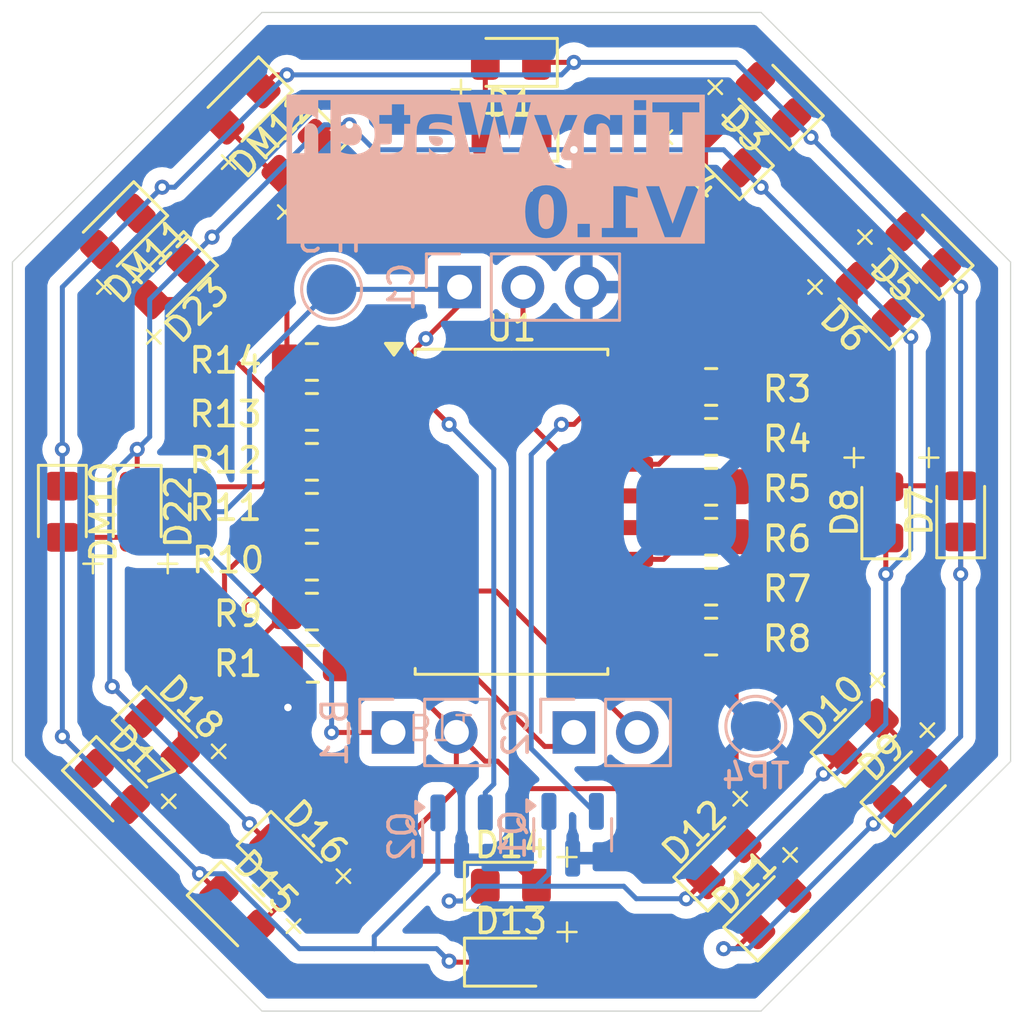
<source format=kicad_pcb>
(kicad_pcb (version 20240108) (generator "pcbnew") (generator_version "8.0")
  (layers (0 "F.Cu" signal "Front") (1 "In1.Cu" signal) (2 "In2.Cu" signal) (31 "B.Cu" signal "Back") (34 "B.Paste" user) (35 "F.Paste" user) (36 "B.SilkS" user "B.Silkscreen") (37 "F.SilkS" user "F.Silkscreen") (38 "B.Mask" user) (39 "F.Mask" user) (44 "Edge.Cuts" user))
  (net 0 "")
  (net 1 "UPDI")
  (net 2 "GND")
  (net 3 "GS2")
  (net 4 "GND_T_1")
  (net 5 "GND_T_2")
  (net 6 "Rx")
  (net 7 "Tx")
  (net 8 "GS1")
  (net 9 "Net-(D10-A)")
  (net 10 "LED_H_1")
  (net 11 "LED_H_2")
  (net 12 "LED_H_3")
  (net 13 "LED_H_4")
  (net 14 "LED_H_5")
  (net 15 "LED_H_6")
  (net 16 "LED_H_7")
  (net 17 "LED_H_8")
  (net 18 "LED_H_9")
  (net 19 "LED_H_10")
  (net 20 "LED_H_11")
  (net 21 "LED_H_12")
  (net 22 "Net-(D1-A)")
  (net 23 "Net-(D3-A)")
  (net 24 "Net-(D5-A)")
  (net 25 "Net-(D7-A)")
  (net 26 "Net-(D11-A)")
  (net 27 "Net-(D13-A)")
  (net 28 "Net-(D15-A)")
  (net 29 "Net-(D17-A)")
  (net 30 "Net-(D22-A)")
  (net 31 "Net-(D23-A)")
  (net 32 "Net-(D24-A)")
  (net 33 "BT_High")
  (net 34 "BT_Low")
  (footprint "LED_SMD:LED_0805_2012Metric_Pad1.15x1.40mm_HandSolder" (layer "F.Cu") (at 163.46 109.659999 45)
    (property "Reference" "D12" (at 0 -1.65 45) (layer "F.SilkS"))
    (property "Value" "LED")
    (pad "1" smd roundrect (at -1.024999 0 45) (size 1.15 1.4) (layers "F.Cu" "F.Paste" "F.Mask") (roundrect_rratio 0.217391) (net 3 "GS2"))
    (pad "2" smd roundrect (at 1.024999 0 45) (size 1.15 1.4) (layers "F.Cu" "F.Paste" "F.Mask") (roundrect_rratio 0.217391) (net 26 "Net-(D11-A)"))
  )
  (footprint "LED_SMD:LED_0805_2012Metric_Pad1.15x1.40mm_HandSolder" (layer "F.Cu") (at 168.96 104.659999 45)
    (property "Reference" "D10" (at 0 -1.65 45) (layer "F.SilkS"))
    (property "Value" "LED")
    (pad "1" smd roundrect (at -1.024999 0 45) (size 1.15 1.4) (layers "F.Cu" "F.Paste" "F.Mask") (roundrect_rratio 0.217391) (net 3 "GS2"))
    (pad "2" smd roundrect (at 1.024999 0 45) (size 1.15 1.4) (layers "F.Cu" "F.Paste" "F.Mask") (roundrect_rratio 0.217391) (net 9 "Net-(D10-A)"))
  )
  (footprint "Resistor_SMD:R_0805_2012Metric_Pad1.20x1.40mm_HandSolder" (layer "F.Cu") (at 146.96 95.659999 180)
    (property "Reference" "R11" (at 3.46 0.159999 180) (layer "F.SilkS"))
    (property "Value" "50")
    (pad "1" smd roundrect (at -1 0 180) (size 1.2 1.4) (layers "F.Cu" "F.Paste" "F.Mask") (roundrect_rratio 0.208333) (net 18 "LED_H_9"))
    (pad "2" smd roundrect (at 1 0 180) (size 1.2 1.4) (layers "F.Cu" "F.Paste" "F.Mask") (roundrect_rratio 0.208333) (net 29 "Net-(D17-A)"))
  )
  (footprint "Package_SO:SOIC-20W_7.5x12.8mm_P1.27mm" (layer "F.Cu") (at 154.96 95.659999)
    (property "Reference" "U1" (at 0 -7.35 0) (layer "F.SilkS"))
    (property "Value" "ATtiny416-S")
    (pad "1" smd roundrect (at -4.65 -5.715) (size 2.05 0.6) (layers "F.Cu" "F.Paste" "F.Mask") (net 33 "BT_High"))
    (pad "2" smd roundrect (at -4.65 -4.445) (size 2.05 0.6) (layers "F.Cu" "F.Paste" "F.Mask") (net 5 "GND_T_2"))
    (pad "3" smd roundrect (at -4.65 -3.175) (size 2.05 0.6) (layers "F.Cu" "F.Paste" "F.Mask") (net 21 "LED_H_12"))
    (pad "4" smd roundrect (at -4.65 -1.905) (size 2.05 0.6) (layers "F.Cu" "F.Paste" "F.Mask") (net 20 "LED_H_11"))
    (pad "5" smd roundrect (at -4.65 -0.635) (size 2.05 0.6) (layers "F.Cu" "F.Paste" "F.Mask") (net 19 "LED_H_10"))
    (pad "6" smd roundrect (at -4.65 0.635) (size 2.05 0.6) (layers "F.Cu" "F.Paste" "F.Mask") (net 18 "LED_H_9"))
    (pad "7" smd roundrect (at -4.65 1.905) (size 2.05 0.6) (layers "F.Cu" "F.Paste" "F.Mask") (net 17 "LED_H_8"))
    (pad "8" smd roundrect (at -4.65 3.175) (size 2.05 0.6) (layers "F.Cu" "F.Paste" "F.Mask") (net 6 "Rx"))
    (pad "9" smd roundrect (at -4.65 4.445) (size 2.05 0.6) (layers "F.Cu" "F.Paste" "F.Mask") (net 7 "Tx"))
    (pad "10" smd roundrect (at -4.65 5.715) (size 2.05 0.6) (layers "F.Cu" "F.Paste" "F.Mask") (net 16 "LED_H_7"))
    (pad "11" smd roundrect (at 4.65 5.715) (size 2.05 0.6) (layers "F.Cu" "F.Paste" "F.Mask") (net 34 "BT_Low"))
    (pad "12" smd roundrect (at 4.65 4.445) (size 2.05 0.6) (layers "F.Cu" "F.Paste" "F.Mask") (net 15 "LED_H_6"))
    (pad "13" smd roundrect (at 4.65 3.175) (size 2.05 0.6) (layers "F.Cu" "F.Paste" "F.Mask") (net 14 "LED_H_5"))
    (pad "14" smd roundrect (at 4.65 1.905) (size 2.05 0.6) (layers "F.Cu" "F.Paste" "F.Mask") (net 13 "LED_H_4"))
    (pad "15" smd roundrect (at 4.65 0.635) (size 2.05 0.6) (layers "F.Cu" "F.Paste" "F.Mask") (net 12 "LED_H_3"))
    (pad "16" smd roundrect (at 4.65 -0.635) (size 2.05 0.6) (layers "F.Cu" "F.Paste" "F.Mask") (net 1 "UPDI"))
    (pad "17" smd roundrect (at 4.65 -1.905) (size 2.05 0.6) (layers "F.Cu" "F.Paste" "F.Mask") (net 11 "LED_H_2"))
    (pad "18" smd roundrect (at 4.65 -3.175) (size 2.05 0.6) (layers "F.Cu" "F.Paste" "F.Mask") (net 10 "LED_H_1"))
    (pad "19" smd roundrect (at 4.65 -4.445) (size 2.05 0.6) (layers "F.Cu" "F.Paste" "F.Mask") (net 4 "GND_T_1"))
    (pad "20" smd roundrect (at 4.65 -5.715) (size 2.05 0.6) (layers "F.Cu" "F.Paste" "F.Mask") (net 2 "GND"))
  )
  (footprint "Resistor_SMD:R_0805_2012Metric_Pad1.20x1.40mm_HandSolder" (layer "F.Cu") (at 146.96 97.659999 180)
    (property "Reference" "R10" (at 3.36 0.059999 180) (layer "F.SilkS"))
    (property "Value" "50")
    (pad "1" smd roundrect (at -1 0 180) (size 1.2 1.4) (layers "F.Cu" "F.Paste" "F.Mask") (roundrect_rratio 0.208333) (net 17 "LED_H_8"))
    (pad "2" smd roundrect (at 1 0 180) (size 1.2 1.4) (layers "F.Cu" "F.Paste" "F.Mask") (roundrect_rratio 0.208333) (net 28 "Net-(D15-A)"))
  )
  (footprint "Resistor_SMD:R_0805_2012Metric_Pad1.20x1.40mm_HandSolder" (layer "F.Cu") (at 162.96 96.659999)
    (property "Reference" "R6" (at 3.04 0.090001 180) (layer "F.SilkS"))
    (property "Value" "50")
    (pad "1" smd roundrect (at -1 0) (size 1.2 1.4) (layers "F.Cu" "F.Paste" "F.Mask") (roundrect_rratio 0.208333) (net 13 "LED_H_4"))
    (pad "2" smd roundrect (at 1 0) (size 1.2 1.4) (layers "F.Cu" "F.Paste" "F.Mask") (roundrect_rratio 0.208333) (net 25 "Net-(D7-A)"))
  )
  (footprint "Resistor_SMD:R_0805_2012Metric_Pad1.20x1.40mm_HandSolder" (layer "F.Cu") (at 162.96 94.659999)
    (property "Reference" "R5" (at 3.04 0.090001 180) (layer "F.SilkS"))
    (property "Value" "50")
    (pad "1" smd roundrect (at -1 0) (size 1.2 1.4) (layers "F.Cu" "F.Paste" "F.Mask") (roundrect_rratio 0.208333) (net 12 "LED_H_3"))
    (pad "2" smd roundrect (at 1 0) (size 1.2 1.4) (layers "F.Cu" "F.Paste" "F.Mask") (roundrect_rratio 0.208333) (net 24 "Net-(D5-A)"))
  )
  (footprint "LED_SMD:LED_0805_2012Metric_Pad1.15x1.40mm_HandSolder" (layer "F.Cu") (at 163.46 81.159999 135)
    (property "Reference" "D4" (at 0 -1.65 -45) (layer "F.SilkS"))
    (property "Value" "LED")
    (pad "1" smd roundrect (at -1.024999 0 135) (size 1.15 1.4) (layers "F.Cu" "F.Paste" "F.Mask") (roundrect_rratio 0.217391) (net 3 "GS2"))
    (pad "2" smd roundrect (at 1.024999 0 135) (size 1.15 1.4) (layers "F.Cu" "F.Paste" "F.Mask") (roundrect_rratio 0.217391) (net 23 "Net-(D3-A)"))
  )
  (footprint "Resistor_SMD:R_0805_2012Metric_Pad1.20x1.40mm_HandSolder" (layer "F.Cu") (at 162.96 92.659999)
    (property "Reference" "R4" (at 3.04 0.090001 180) (layer "F.SilkS"))
    (property "Value" "50")
    (pad "1" smd roundrect (at -1 0) (size 1.2 1.4) (layers "F.Cu" "F.Paste" "F.Mask") (roundrect_rratio 0.208333) (net 11 "LED_H_2"))
    (pad "2" smd roundrect (at 1 0) (size 1.2 1.4) (layers "F.Cu" "F.Paste" "F.Mask") (roundrect_rratio 0.208333) (net 23 "Net-(D3-A)"))
  )
  (footprint "LED_SMD:LED_0805_2012Metric_Pad1.15x1.40mm_HandSolder" (layer "F.Cu") (at 171.46 85.159999 135)
    (property "Reference" "D5" (at 0 -1.65 -45) (layer "F.SilkS"))
    (property "Value" "LED")
    (pad "1" smd roundrect (at -1.024999 0 135) (size 1.15 1.4) (layers "F.Cu" "F.Paste" "F.Mask") (roundrect_rratio 0.217391) (net 8 "GS1"))
    (pad "2" smd roundrect (at 1.024999 0 135) (size 1.15 1.4) (layers "F.Cu" "F.Paste" "F.Mask") (roundrect_rratio 0.217391) (net 24 "Net-(D5-A)"))
  )
  (footprint "LED_SMD:LED_0805_2012Metric_Pad1.15x1.40mm_HandSolder" (layer "F.Cu") (at 169.46 87.159999 135)
    (property "Reference" "D6" (at 0 -1.65 -45) (layer "F.SilkS"))
    (property "Value" "LED")
    (pad "1" smd roundrect (at -1.024999 0 135) (size 1.15 1.4) (layers "F.Cu" "F.Paste" "F.Mask") (roundrect_rratio 0.217391) (net 3 "GS2"))
    (pad "2" smd roundrect (at 1.024999 0 135) (size 1.15 1.4) (layers "F.Cu" "F.Paste" "F.Mask") (roundrect_rratio 0.217391) (net 24 "Net-(D5-A)"))
  )
  (footprint "LED_SMD:LED_0805_2012Metric_Pad1.15x1.40mm_HandSolder" (layer "F.Cu") (at 139.184784 84.435215 -135)
    (property "Reference" "DM11" (at 0 -1.65 225) (layer "F.SilkS"))
    (property "Value" "LED")
    (pad "1" smd roundrect (at -1.024999 0 225) (size 1.15 1.4) (layers "F.Cu" "F.Paste" "F.Mask") (roundrect_rratio 0.217391) (net 8 "GS1"))
    (pad "2" smd roundrect (at 1.024999 0 225) (size 1.15 1.4) (layers "F.Cu" "F.Paste" "F.Mask") (roundrect_rratio 0.217391) (net 31 "Net-(D23-A)"))
  )
  (footprint "LED_SMD:LED_0805_2012Metric_Pad1.15x1.40mm_HandSolder" (layer "F.Cu") (at 165.46 111.659999 45)
    (property "Reference" "D11" (at 0 -1.65 45) (layer "F.SilkS"))
    (property "Value" "LED")
    (pad "1" smd roundrect (at -1.024999 0 45) (size 1.15 1.4) (layers "F.Cu" "F.Paste" "F.Mask") (roundrect_rratio 0.217391) (net 8 "GS1"))
    (pad "2" smd roundrect (at 1.024999 0 45) (size 1.15 1.4) (layers "F.Cu" "F.Paste" "F.Mask") (roundrect_rratio 0.217391) (net 26 "Net-(D11-A)"))
  )
  (footprint "LED_SMD:LED_0805_2012Metric_Pad1.15x1.40mm_HandSolder" (layer "F.Cu") (at 165.46 79.159999 135)
    (property "Reference" "D3" (at 0 -1.65 -45) (layer "F.SilkS"))
    (property "Value" "LED")
    (pad "1" smd roundrect (at -1.024999 0 135) (size 1.15 1.4) (layers "F.Cu" "F.Paste" "F.Mask") (roundrect_rratio 0.217391) (net 8 "GS1"))
    (pad "2" smd roundrect (at 1.024999 0 135) (size 1.15 1.4) (layers "F.Cu" "F.Paste" "F.Mask") (roundrect_rratio 0.217391) (net 23 "Net-(D3-A)"))
  )
  (footprint "Resistor_SMD:R_0805_2012Metric_Pad1.20x1.40mm_HandSolder" (layer "F.Cu") (at 162.96 98.659999)
    (property "Reference" "R7" (at 3.04 0.090001 180) (layer "F.SilkS"))
    (property "Value" "50")
    (pad "1" smd roundrect (at -1 0) (size 1.2 1.4) (layers "F.Cu" "F.Paste" "F.Mask") (roundrect_rratio 0.208333) (net 14 "LED_H_5"))
    (pad "2" smd roundrect (at 1 0) (size 1.2 1.4) (layers "F.Cu" "F.Paste" "F.Mask") (roundrect_rratio 0.208333) (net 9 "Net-(D10-A)"))
  )
  (footprint "LED_SMD:LED_0805_2012Metric_Pad1.15x1.40mm_HandSolder" (layer "F.Cu") (at 154.96 80.659999 180)
    (property "Reference" "D2" (at 0 -1.65 180) (layer "F.SilkS"))
    (property "Value" "LED")
    (pad "1" smd roundrect (at -1.025 0 180) (size 1.15 1.4) (layers "F.Cu" "F.Paste" "F.Mask") (roundrect_rratio 0.217391) (net 3 "GS2"))
    (pad "2" smd roundrect (at 1.025 0 180) (size 1.15 1.4) (layers "F.Cu" "F.Paste" "F.Mask") (roundrect_rratio 0.217391) (net 22 "Net-(D1-A)"))
  )
  (footprint "LED_SMD:LED_0805_2012Metric_Pad1.15x1.40mm_HandSolder" (layer "F.Cu") (at 140.96 104.659999 -45)
    (property "Reference" "D18" (at 0 -1.65 135) (layer "F.SilkS"))
    (property "Value" "LED")
    (pad "1" smd roundrect (at -1.024999 0 315) (size 1.15 1.4) (layers "F.Cu" "F.Paste" "F.Mask") (roundrect_rratio 0.217391) (net 3 "GS2"))
    (pad "2" smd roundrect (at 1.024999 0 315) (size 1.15 1.4) (layers "F.Cu" "F.Paste" "F.Mask") (roundrect_rratio 0.217391) (net 29 "Net-(D17-A)"))
  )
  (footprint "LED_SMD:LED_0805_2012Metric_Pad1.15x1.40mm_HandSolder" (layer "F.Cu") (at 144.184784 79.435215 -135)
    (property "Reference" "DM12" (at 0 -1.65 225) (layer "F.SilkS"))
    (property "Value" "LED")
    (pad "1" smd roundrect (at -1.024999 0 225) (size 1.15 1.4) (layers "F.Cu" "F.Paste" "F.Mask") (roundrect_rratio 0.217391) (net 8 "GS1"))
    (pad "2" smd roundrect (at 1.024999 0 225) (size 1.15 1.4) (layers "F.Cu" "F.Paste" "F.Mask") (roundrect_rratio 0.217391) (net 32 "Net-(D24-A)"))
  )
  (footprint "LED_SMD:LED_0805_2012Metric_Pad1.15x1.40mm_HandSolder" (layer "F.Cu") (at 154.935 113.699999)
    (property "Reference" "D13" (at 0 -1.65 0) (layer "F.SilkS"))
    (property "Value" "LED")
    (pad "1" smd roundrect (at -1.025 0) (size 1.15 1.4) (layers "F.Cu" "F.Paste" "F.Mask") (roundrect_rratio 0.217391) (net 8 "GS1"))
    (pad "2" smd roundrect (at 1.025 0) (size 1.15 1.4) (layers "F.Cu" "F.Paste" "F.Mask") (roundrect_rratio 0.217391) (net 27 "Net-(D13-A)"))
  )
  (footprint "LED_SMD:LED_0805_2012Metric_Pad1.15x1.40mm_HandSolder" (layer "F.Cu") (at 154.935 77.659999 180)
    (property "Reference" "D1" (at 0 -1.65 180) (layer "F.SilkS"))
    (property "Value" "LED")
    (pad "1" smd roundrect (at -1.025 0 180) (size 1.15 1.4) (layers "F.Cu" "F.Paste" "F.Mask") (roundrect_rratio 0.217391) (net 8 "GS1"))
    (pad "2" smd roundrect (at 1.025 0 180) (size 1.15 1.4) (layers "F.Cu" "F.Paste" "F.Mask") (roundrect_rratio 0.217391) (net 22 "Net-(D1-A)"))
  )
  (footprint "Resistor_SMD:R_0805_2012Metric_Pad1.20x1.40mm_HandSolder" (layer "F.Cu") (at 162.96 100.659999)
    (property "Reference" "R8" (at 3.04 0.090001 180) (layer "F.SilkS"))
    (property "Value" "50")
    (pad "1" smd roundrect (at -1 0) (size 1.2 1.4) (layers "F.Cu" "F.Paste" "F.Mask") (roundrect_rratio 0.208333) (net 15 "LED_H_6"))
    (pad "2" smd roundrect (at 1 0) (size 1.2 1.4) (layers "F.Cu" "F.Paste" "F.Mask") (roundrect_rratio 0.208333) (net 26 "Net-(D11-A)"))
  )
  (footprint "Resistor_SMD:R_0805_2012Metric_Pad1.20x1.40mm_HandSolder" (layer "F.Cu") (at 162.96 90.659999)
    (property "Reference" "R3" (at 3.04 0.090001 180) (layer "F.SilkS"))
    (property "Value" "50")
    (pad "1" smd roundrect (at -1 0) (size 1.2 1.4) (layers "F.Cu" "F.Paste" "F.Mask") (roundrect_rratio 0.208333) (net 10 "LED_H_1"))
    (pad "2" smd roundrect (at 1 0) (size 1.2 1.4) (layers "F.Cu" "F.Paste" "F.Mask") (roundrect_rratio 0.208333) (net 22 "Net-(D1-A)"))
  )
  (footprint "Resistor_SMD:R_0805_2012Metric_Pad1.20x1.40mm_HandSolder" (layer "F.Cu") (at 146.96 91.659999 180)
    (property "Reference" "R13" (at 3.46 -0.090001 180) (layer "F.SilkS"))
    (property "Value" "50")
    (pad "1" smd roundrect (at -1 0 180) (size 1.2 1.4) (layers "F.Cu" "F.Paste" "F.Mask") (roundrect_rratio 0.208333) (net 20 "LED_H_11"))
    (pad "2" smd roundrect (at 1 0 180) (size 1.2 1.4) (layers "F.Cu" "F.Paste" "F.Mask") (roundrect_rratio 0.208333) (net 31 "Net-(D23-A)"))
  )
  (footprint "LED_SMD:LED_0805_2012Metric_Pad1.15x1.40mm_HandSolder" (layer "F.Cu") (at 146.46 81.435215 -135)
    (property "Reference" "D24" (at 0 -1.65 225) (layer "F.SilkS"))
    (property "Value" "LED")
    (pad "1" smd roundrect (at -1.024999 0 225) (size 1.15 1.4) (layers "F.Cu" "F.Paste" "F.Mask") (roundrect_rratio 0.217391) (net 3 "GS2"))
    (pad "2" smd roundrect (at 1.024999 0 225) (size 1.15 1.4) (layers "F.Cu" "F.Paste" "F.Mask") (roundrect_rratio 0.217391) (net 32 "Net-(D24-A)"))
  )
  (footprint "LED_SMD:LED_0805_2012Metric_Pad1.15x1.40mm_HandSolder" (layer "F.Cu") (at 172.96 95.644999 90)
    (property "Reference" "D7" (at 0 -1.65 -90) (layer "F.SilkS"))
    (property "Value" "LED")
    (pad "1" smd roundrect (at -1.025 0 90) (size 1.15 1.4) (layers "F.Cu" "F.Paste" "F.Mask") (roundrect_rratio 0.217391) (net 8 "GS1"))
    (pad "2" smd roundrect (at 1.025 0 90) (size 1.15 1.4) (layers "F.Cu" "F.Paste" "F.Mask") (roundrect_rratio 0.217391) (net 25 "Net-(D7-A)"))
  )
  (footprint "Resistor_SMD:R_0805_2012Metric_Pad1.20x1.40mm_HandSolder" (layer "F.Cu") (at 147 101.75 180)
    (property "Reference" "R1" (at 3 0 180) (layer "F.SilkS"))
    (property "Value" "5k")
    (pad "1" smd roundrect (at -1 0 180) (size 1.2 1.4) (layers "F.Cu" "F.Paste" "F.Mask") (roundrect_rratio 0.208333) (net 34 "BT_Low"))
    (pad "2" smd roundrect (at 1 0 180) (size 1.2 1.4) (layers "F.Cu" "F.Paste" "F.Mask") (roundrect_rratio 0.208333) (net 2 "GND"))
  )
  (footprint "LED_SMD:LED_0805_2012Metric_Pad1.15x1.40mm_HandSolder" (layer "F.Cu") (at 170.96 106.659999 45)
    (property "Reference" "D9" (at 0 -1.65 45) (layer "F.SilkS"))
    (property "Value" "LED")
    (pad "1" smd roundrect (at -1.024999 0 45) (size 1.15 1.4) (layers "F.Cu" "F.Paste" "F.Mask") (roundrect_rratio 0.217391) (net 8 "GS1"))
    (pad "2" smd roundrect (at 1.024999 0 45) (size 1.15 1.4) (layers "F.Cu" "F.Paste" "F.Mask") (roundrect_rratio 0.217391) (net 9 "Net-(D10-A)"))
  )
  (footprint "LED_SMD:LED_0805_2012Metric_Pad1.15x1.40mm_HandSolder" (layer "F.Cu") (at 143.96 111.659999 -45)
    (property "Reference" "D15" (at 0 -1.65 135) (layer "F.SilkS"))
    (property "Value" "LED")
    (pad "1" smd roundrect (at -1.024999 0 315) (size 1.15 1.4) (layers "F.Cu" "F.Paste" "F.Mask") (roundrect_rratio 0.217391) (net 8 "GS1"))
    (pad "2" smd roundrect (at 1.024999 0 315) (size 1.15 1.4) (layers "F.Cu" "F.Paste" "F.Mask") (roundrect_rratio 0.217391) (net 28 "Net-(D15-A)"))
  )
  (footprint "LED_SMD:LED_0805_2012Metric_Pad1.15x1.40mm_HandSolder" (layer "F.Cu") (at 169.96 95.684999 90)
    (property "Reference" "D8" (at 0 -1.65 -90) (layer "F.SilkS"))
    (property "Value" "LED")
    (pad "1" smd roundrect (at -1.025 0 90) (size 1.15 1.4) (layers "F.Cu" "F.Paste" "F.Mask") (roundrect_rratio 0.217391) (net 3 "GS2"))
    (pad "2" smd roundrect (at 1.025 0 90) (size 1.15 1.4) (layers "F.Cu" "F.Paste" "F.Mask") (roundrect_rratio 0.217391) (net 25 "Net-(D7-A)"))
  )
  (footprint "LED_SMD:LED_0805_2012Metric_Pad1.15x1.40mm_HandSolder" (layer "F.Cu") (at 145.96 109.659999 -45)
    (property "Reference" "D16" (at 0 -1.65 135) (layer "F.SilkS"))
    (property "Value" "LED")
    (pad "1" smd roundrect (at -1.024999 0 315) (size 1.15 1.4) (layers "F.Cu" "F.Paste" "F.Mask") (roundrect_rratio 0.217391) (net 3 "GS2"))
    (pad "2" smd roundrect (at 1.024999 0 315) (size 1.15 1.4) (layers "F.Cu" "F.Paste" "F.Mask") (roundrect_rratio 0.217391) (net 28 "Net-(D15-A)"))
  )
  (footprint "Resistor_SMD:R_0805_2012Metric_Pad1.20x1.40mm_HandSolder" (layer "F.Cu") (at 146.96 93.659999 180)
    (property "Reference" "R12" (at 3.46 0.059999 180) (layer "F.SilkS"))
    (property "Value" "50")
    (pad "1" smd roundrect (at -1 0 180) (size 1.2 1.4) (layers "F.Cu" "F.Paste" "F.Mask") (roundrect_rratio 0.208333) (net 19 "LED_H_10"))
    (pad "2" smd roundrect (at 1 0 180) (size 1.2 1.4) (layers "F.Cu" "F.Paste" "F.Mask") (roundrect_rratio 0.208333) (net 30 "Net-(D22-A)"))
  )
  (footprint "LED_SMD:LED_0805_2012Metric_Pad1.15x1.40mm_HandSolder" (layer "F.Cu") (at 138.96 106.659999 -45)
    (property "Reference" "D17" (at 0 -1.65 135) (layer "F.SilkS"))
    (property "Value" "LED")
    (pad "1" smd roundrect (at -1.024999 0 315) (size 1.15 1.4) (layers "F.Cu" "F.Paste" "F.Mask") (roundrect_rratio 0.217391) (net 8 "GS1"))
    (pad "2" smd roundrect (at 1.024999 0 315) (size 1.15 1.4) (layers "F.Cu" "F.Paste" "F.Mask") (roundrect_rratio 0.217391) (net 29 "Net-(D17-A)"))
  )
  (footprint "LED_SMD:LED_0805_2012Metric_Pad1.15x1.40mm_HandSolder" (layer "F.Cu") (at 141.184784 86.435215 -135)
    (property "Reference" "D23" (at 0 -1.65 225) (layer "F.SilkS"))
    (property "Value" "LED")
    (pad "1" smd roundrect (at -1.024999 0 225) (size 1.15 1.4) (layers "F.Cu" "F.Paste" "F.Mask") (roundrect_rratio 0.217391) (net 3 "GS2"))
    (pad "2" smd roundrect (at 1.024999 0 225) (size 1.15 1.4) (layers "F.Cu" "F.Paste" "F.Mask") (roundrect_rratio 0.217391) (net 31 "Net-(D23-A)"))
  )
  (footprint "Resistor_SMD:R_0805_2012Metric_Pad1.20x1.40mm_HandSolder" (layer "F.Cu") (at 146.96 99.659999 180)
    (property "Reference" "R9" (at 2.96 -0.090001 180) (layer "F.SilkS"))
    (property "Value" "50")
    (pad "1" smd roundrect (at -1 0 180) (size 1.2 1.4) (layers "F.Cu" "F.Paste" "F.Mask") (roundrect_rratio 0.208333) (net 16 "LED_H_7"))
    (pad "2" smd roundrect (at 1 0 180) (size 1.2 1.4) (layers "F.Cu" "F.Paste" "F.Mask") (roundrect_rratio 0.208333) (net 27 "Net-(D13-A)"))
  )
  (footprint "LED_SMD:LED_0805_2012Metric_Pad1.15x1.40mm_HandSolder" (layer "F.Cu") (at 136.96 95.659999 -90)
    (property "Reference" "DM10" (at 0 -1.65 90) (layer "F.SilkS"))
    (property "Value" "LED")
    (pad "1" smd roundrect (at -1.024999 0 270) (size 1.15 1.4) (layers "F.Cu" "F.Paste" "F.Mask") (roundrect_rratio 0.217391) (net 8 "GS1"))
    (pad "2" smd roundrect (at 1.024999 0 270) (size 1.15 1.4) (layers "F.Cu" "F.Paste" "F.Mask") (roundrect_rratio 0.217391) (net 30 "Net-(D22-A)"))
  )
  (footprint "LED_SMD:LED_0805_2012Metric_Pad1.15x1.40mm_HandSolder" (layer "F.Cu") (at 154.935 110.659999)
    (property "Reference" "D14" (at 0 -1.65 0) (layer "F.SilkS"))
    (property "Value" "LED")
    (pad "1" smd roundrect (at -1.025 0) (size 1.15 1.4) (layers "F.Cu" "F.Paste" "F.Mask") (roundrect_rratio 0.217391) (net 3 "GS2"))
    (pad "2" smd roundrect (at 1.025 0) (size 1.15 1.4) (layers "F.Cu" "F.Paste" "F.Mask") (roundrect_rratio 0.217391) (net 27 "Net-(D13-A)"))
  )
  (footprint "Resistor_SMD:R_0805_2012Metric_Pad1.20x1.40mm_HandSolder" (layer "F.Cu") (at 146.96 89.659999 180)
    (property "Reference" "R14" (at 3.46 0.059999 180) (layer "F.SilkS"))
    (property "Value" "50" (hide yes))
    (pad "1" smd roundrect (at -1 0 180) (size 1.2 1.4) (layers "F.Cu" "F.Paste" "F.Mask") (roundrect_rratio 0.208333) (net 21 "LED_H_12"))
    (pad "2" smd roundrect (at 1 0 180) (size 1.2 1.4) (layers "F.Cu" "F.Paste" "F.Mask") (roundrect_rratio 0.208333) (net 32 "Net-(D24-A)"))
  )
  (footprint "LED_SMD:LED_0805_2012Metric_Pad1.15x1.40mm_HandSolder" (layer "F.Cu") (at 139.96 95.659999 -90)
    (property "Reference" "D22" (at 0 -1.65 90) (layer "F.SilkS"))
    (property "Value" "LED")
    (pad "1" smd roundrect (at -1.024999 0 270) (size 1.15 1.4) (layers "F.Cu" "F.Paste" "F.Mask") (roundrect_rratio 0.217391) (net 3 "GS2"))
    (pad "2" smd roundrect (at 1.024999 0 270) (size 1.15 1.4) (layers "F.Cu" "F.Paste" "F.Mask") (roundrect_rratio 0.217391) (net 30 "Net-(D22-A)"))
  )
  (footprint "Connector_PinHeader_2.54mm:PinHeader_1x02_P2.54mm_Vertical" (layer "B.Cu") (at 150.21 104.5 -90)
    (property "Reference" "B_1" (at 0 2.33 90) (layer "B.SilkS") (effects (justify mirror)))
    (property "Value" "Conn_01x02")
    (pad "1" thru_hole rect (at 0 0 270) (size 1.7 1.7) (drill 1) (layers "*.Cu" "*.Mask") (net 33 "BT_High"))
    (pad "2" thru_hole oval (at 0 -2.54 270) (size 1.7 1.7) (drill 1) (layers "*.Cu" "*.Mask") (net 34 "BT_Low"))
  )
  (footprint "TestPoint:TestPoint_Pad_D2.0mm" (layer "B.Cu") (at 147.75 86.75 180)
    (property "Reference" "TP3" (at 0 1.998 180) (layer "B.SilkS") (effects (justify mirror)))
    (property "Value" "+3.3V")
    (pad "1" smd circle (at 0 0 180) (size 2 2) (layers "B.Cu" "B.Mask") (net 33 "BT_High"))
  )
  (footprint "Package_TO_SOT_SMD:SOT-23" (layer "B.Cu") (at 152.96 108.659999 -90)
    (property "Reference" "Q2" (at 0 2.4 90) (layer "B.SilkS") (effects (justify mirror)))
    (property "Value" "NPN")
    (pad "1" smd roundrect (at -0.9375 0.95 270) (size 1.475 0.6) (layers "B.Cu" "B.Paste" "B.Mask") (net 8 "GS1"))
    (pad "2" smd roundrect (at -0.9375 -0.95 270) (size 1.475 0.6) (layers "B.Cu" "B.Paste" "B.Mask") (net 5 "GND_T_2"))
    (pad "3" smd roundrect (at 0.9375 0 270) (size 1.475 0.6) (layers "B.Cu" "B.Paste" "B.Mask") (net 2 "GND"))
  )
  (footprint "TestPoint:TestPoint_Pad_D2.0mm" (layer "B.Cu") (at 164.75 104.25)
    (property "Reference" "TP4" (at 0 1.998 0) (layer "B.SilkS") (effects (justify mirror)))
    (property "Value" "GND")
    (pad "1" smd circle (at 0 0) (size 2 2) (layers "B.Cu" "B.Mask") (net 2 "GND"))
  )
  (footprint "Connector_PinHeader_2.54mm:PinHeader_1x02_P2.54mm_Vertical" (layer "B.Cu") (at 157.46 104.5 -90)
    (property "Reference" "C2" (at 0 2.33 90) (layer "B.SilkS") (effects (justify mirror)))
    (property "Value" "Conn_01x02")
    (pad "1" thru_hole rect (at 0 0 270) (size 1.7 1.7) (drill 1) (layers "*.Cu" "*.Mask") (net 7 "Tx"))
    (pad "2" thru_hole oval (at 0 -2.54 270) (size 1.7 1.7) (drill 1) (layers "*.Cu" "*.Mask") (net 6 "Rx"))
  )
  (footprint "Package_TO_SOT_SMD:SOT-23" (layer "B.Cu") (at 157.41 108.597499 -90)
    (property "Reference" "Q1" (at 0 2.4 90) (layer "B.SilkS") (effects (justify mirror)))
    (property "Value" "NPN")
    (pad "1" smd roundrect (at -0.9375 0.95 270) (size 1.475 0.6) (layers "B.Cu" "B.Paste" "B.Mask") (net 3 "GS2"))
    (pad "2" smd roundrect (at -0.9375 -0.95 270) (size 1.475 0.6) (layers "B.Cu" "B.Paste" "B.Mask") (net 4 "GND_T_1"))
    (pad "3" smd roundrect (at 0.9375 0 270) (size 1.475 0.6) (layers "B.Cu" "B.Paste" "B.Mask") (net 2 "GND"))
  )
  (footprint "Battery:Keystone 1070" (layer "B.Cu") (at 161.96 95.659999)
    (property "Reference" "BT1" (at -9.8 8.6 180) (layer "B.SilkS") (effects (font (thickness 0.1)) (justify mirror)))
    (property "Value" "CR2032")
    (pad "1" smd roundrect (at -20.8 0) (size 4 3.51) (layers "B.Cu" "B.Paste" "B.Mask") (net 33 "BT_High"))
    (pad "2" smd roundrect (at 0 0) (size 4 3.51) (layers "B.Cu" "B.Paste" "B.Mask") (net 2 "GND"))
  )
  (footprint "Connector_PinHeader_2.54mm:PinHeader_1x03_P2.54mm_Vertical" (layer "B.Cu") (at 152.88 86.659999 -90)
    (property "Reference" "C1" (at 0 2.33 90) (layer "B.SilkS") (effects (justify mirror)))
    (property "Value" "UPDI")
    (pad "1" thru_hole rect (at 0 0 270) (size 1.7 1.7) (drill 1) (layers "*.Cu" "*.Mask") (net 33 "BT_High"))
    (pad "2" thru_hole oval (at 0 -2.54 270) (size 1.7 1.7) (drill 1) (layers "*.Cu" "*.Mask") (net 1 "UPDI"))
    (pad "3" thru_hole oval (at 0 -5.08 270) (size 1.7 1.7) (drill 1) (layers "*.Cu" "*.Mask") (net 2 "GND"))
  )
  (gr_line (start 144.96 75.659999) (end 164.96 75.659999) (stroke (width 0.05)) (layer "Edge.Cuts"))
  (gr_line (start 164.96 115.659999) (end 174.96 105.659999) (stroke (width 0.05)) (layer "Edge.Cuts"))
  (gr_line (start 164.96 115.659999) (end 144.96 115.659999) (stroke (width 0.05)) (layer "Edge.Cuts"))
  (gr_line (start 144.96 75.659999) (end 134.96 85.659999) (stroke (width 0.05)) (layer "Edge.Cuts"))
  (gr_line (start 134.96 105.659999) (end 144.96 115.659999) (stroke (width 0.05)) (layer "Edge.Cuts"))
  (gr_line (start 164.96 75.659999) (end 174.96 85.659999) (stroke (width 0.05)) (layer "Edge.Cuts"))
  (gr_line (start 174.96 85.659999) (end 174.96 105.659999) (stroke (width 0.05)) (layer "Edge.Cuts"))
  (gr_line (start 134.96 105.659999) (end 134.96 85.659999) (stroke (width 0.05)) (layer "Edge.Cuts"))
  (gr_text "TinyWatch\nV1.0" (at 162.5 85 0) (layer "B.SilkS" knockout) (effects (font (size 2 2) (thickness 0.1524) (bold yes)) (justify left bottom mirror)))
  (gr_text "+" (at 164 108 45) (layer "F.SilkS") (effects (font (size 1 1) (thickness 0.1)) (justify left bottom)))
  (gr_text "+" (at 171 94 0) (layer "F.SilkS") (effects (font (size 1 1) (thickness 0.1)) (justify left bottom)))
  (gr_text "+" (at 137.5 98.25 0) (layer "F.SilkS") (effects (font (size 1 1) (thickness 0.1)) (justify left bottom)))
  (gr_text "+" (at 152.25 82.25 0) (layer "F.SilkS") (effects (font (size 1 1) (thickness 0.1)) (justify left bottom)))
  (gr_text "+" (at 166 110.25 45) (layer "F.SilkS") (effects (font (size 1 1) (thickness 0.1)) (justify left bottom)))
  (gr_text "+" (at 138.5 87.5 45) (layer "F.SilkS") (effects (font (size 1 1) (thickness 0.1)) (justify left bottom)))
  (gr_text "+" (at 169.5 103.25 45) (layer "F.SilkS") (effects (font (size 1 1) (thickness 0.1)) (justify left bottom)))
  (gr_text "+" (at 152.25 79.25 0) (layer "F.SilkS") (effects (font (size 1 1) (thickness 0.1)) (justify left bottom)))
  (gr_text "+" (at 167 87.5 45) (layer "F.SilkS") (effects (font (size 1 1) (thickness 0.1)) (justify left bottom)))
  (gr_text "+" (at 148.1 111.1 45) (layer "F.SilkS") (effects (font (size 1 1) (thickness 0.1)) (justify left bottom)))
  (gr_text "+" (at 156.5 110 0) (layer "F.SilkS") (effects (font (size 1 1) (thickness 0.1)) (justify left bottom)))
  (gr_text "+" (at 145.75 84.5 45) (layer "F.SilkS") (effects (font (size 1 1) (thickness 0.1)) (justify left bottom)))
  (gr_text "+" (at 171.5 105.25 45) (layer "F.SilkS") (effects (font (size 1 1) (thickness 0.1)) (justify left bottom)))
  (gr_text "+" (at 143.5 82.5 45) (layer "F.SilkS") (effects (font (size 1 1) (thickness 0.1)) (justify left bottom)))
  (gr_text "+" (at 161 81.5 45) (layer "F.SilkS") (effects (font (size 1 1) (thickness 0.1)) (justify left bottom)))
  (gr_text "+" (at 169 85.5 45) (layer "F.SilkS") (effects (font (size 1 1) (thickness 0.1)) (justify left bottom)))
  (gr_text "+" (at 143.1 106.1 45) (layer "F.SilkS") (effects (font (size 1 1) (thickness 0.1)) (justify left bottom)))
  (gr_text "+" (at 140.5 89.5 45) (layer "F.SilkS") (effects (font (size 1 1) (thickness 0.1)) (justify left bottom)))
  (gr_text "+" (at 168 94 0) (layer "F.SilkS") (effects (font (size 1 1) (thickness 0.1)) (justify left bottom)))
  (gr_text "+" (at 141.1 108.1 45) (layer "F.SilkS") (effects (font (size 1 1) (thickness 0.1)) (justify left bottom)))
  (gr_text "+" (at 156.5 113 0) (layer "F.SilkS") (effects (font (size 1 1) (thickness 0.1)) (justify left bottom)))
  (gr_text "+" (at 146.1 113.1 45) (layer "F.SilkS") (effects (font (size 1 1) (thickness 0.1)) (justify left bottom)))
  (gr_text "+" (at 163 79.5 45) (layer "F.SilkS") (effects (font (size 1 1) (thickness 0.1)) (justify left bottom)))
  (gr_text "+" (at 140.5 98.25 0) (layer "F.SilkS") (effects (font (size 1 1) (thickness 0.1)) (justify left bottom)))
  (segment (start 158.585001 95.024999) (end 159.61 95.024999) (width 0.2) (layer "F.Cu") (net 1))
  (segment (start 155.42 86.659999) (end 155.42 91.859998) (width 0.2) (layer "F.Cu") (net 1))
  (segment (start 155.42 91.859998) (end 158.585001 95.024999) (width 0.2) (layer "F.Cu") (net 1))
  (segment (start 146 101.75) (end 146 103.5) (width 0.2) (layer "F.Cu") (net 2))
  (segment (start 157.96 88.294999) (end 159.61 89.944999) (width 0.2) (layer "F.Cu") (net 2))
  (segment (start 157.96 86.659999) (end 157.96 88.294999) (width 0.2) (layer "F.Cu") (net 2))
  (via (at 146 103.5) (size 0.6) (drill 0.3) (layers "F.Cu" "B.Cu") (net 2))
  (segment (start 140.235216 103.935215) (end 138.96 102.659999) (width 0.2) (layer "F.Cu") (net 3))
  (segment (start 155.985 80.659999) (end 156.485 81.159999) (width 0.2) (layer "F.Cu") (net 3))
  (segment (start 139.96 94.635) (end 139.96 93.159999) (width 0.2) (layer "F.Cu") (net 3))
  (segment (start 153.91 110.659999) (end 153.590001 110.659999) (width 0.2) (layer "F.Cu") (net 3))
  (segment (start 153 111.25) (end 152.46 111.25) (width 0.2) (layer "F.Cu") (net 3))
  (segment (start 169.91 96.659999) (end 169.96 96.709999) (width 0.2) (layer "F.Cu") (net 3))
  (segment (start 145.235216 108.935215) (end 144.46 108.159999) (width 0.2) (layer "F.Cu") (net 3))
  (segment (start 153.590001 110.659999) (end 153 111.25) (width 0.2) (layer "F.Cu") (net 3))
  (segment (start 168.235216 105.384783) (end 167.46 106.159999) (width 0.2) (layer "F.Cu") (net 3))
  (segment (start 141.909568 85.710431) (end 142.96 84.659999) (width 0.2) (layer "F.Cu") (net 3))
  (segment (start 169.96 96.709999) (end 169.96 98.159999) (width 0.2) (layer "F.Cu") (net 3))
  (segment (start 162.735216 110.384783) (end 161.96 111.159999) (width 0.2) (layer "F.Cu") (net 3))
  (segment (start 147.184784 80.710431) (end 147.735216 80.159999) (width 0.2) (layer "F.Cu") (net 3))
  (segment (start 156.485 81.159999) (end 157.46 81.159999) (width 0.2) (layer "F.Cu") (net 3))
  (segment (start 164.184784 81.884783) (end 164.96 82.659999) (width 0.2) (layer "F.Cu") (net 3))
  (segment (start 170.184784 87.884783) (end 170.96 88.659999) (width 0.2) (layer "F.Cu") (net 3))
  (segment (start 147.735216 80.159999) (end 148.46 80.159999) (width 0.2) (layer "F.Cu") (net 3))
  (via (at 142.96 84.659999) (size 0.6) (drill 0.3) (layers "F.Cu" "B.Cu") (net 3))
  (via (at 138.96 102.659999) (size 0.6) (drill 0.3) (layers "F.Cu" "B.Cu") (net 3))
  (via (at 139.96 93.159999) (size 0.6) (drill 0.3) (layers "F.Cu" "B.Cu") (net 3))
  (via (at 148.46 80.159999) (size 0.6) (drill 0.3) (layers "F.Cu" "B.Cu") (net 3))
  (via (at 169.96 98.159999) (size 0.6) (drill 0.3) (layers "F.Cu" "B.Cu") (net 3))
  (via (at 164.96 82.659999) (size 0.6) (drill 0.3) (layers "F.Cu" "B.Cu") (net 3))
  (via (at 167.46 106.159999) (size 0.6) (drill 0.3) (layers "F.Cu" "B.Cu") (net 3))
  (via (at 144.46 108.159999) (size 0.6) (drill 0.3) (layers "F.Cu" "B.Cu") (net 3))
  (via (at 161.96 111.159999) (size 0.6) (drill 0.3) (layers "F.Cu" "B.Cu") (net 3))
  (via (at 152.46 111.25) (size 0.6) (drill 0.3) (layers "F.Cu" "B.Cu") (net 3))
  (via (at 157.46 81.159999) (size 0.6) (drill 0.3) (layers "F.Cu" "B.Cu") (net 3))
  (via (at 170.96 88.659999) (size 0.6) (drill 0.3) (layers "F.Cu" "B.Cu") (net 3))
  (segment (start 164.96 82.659999) (end 170.96 88.659999) (width 0.2) (layer "B.Cu") (net 3))
  (segment (start 148.46 80.159999) (end 149.46 81.159999) (width 0.2) (layer "B.Cu") (net 3))
  (segment (start 142.96 84.659999) (end 147.46 80.159999) (width 0.2) (layer "B.Cu") (net 3))
  (segment (start 149.46 81.159999) (end 157.46 81.159999) (width 0.2) (layer "B.Cu") (net 3))
  (segment (start 140.46 87.159999) (end 142.96 84.659999) (width 0.2) (layer "B.Cu") (net 3))
  (segment (start 153.590001 110.659999) (end 153 111.25) (width 0.2) (layer "B.Cu") (net 3))
  (segment (start 153 111.25) (end 152.46 111.25) (width 0.2) (layer "B.Cu") (net 3))
  (segment (start 161.96 111.159999) (end 159.96 111.159999) (width 0.2) (layer "B.Cu") (net 3))
  (segment (start 140.46 92.659999) (end 140.46 87.159999) (width 0.2) (layer "B.Cu") (net 3))
  (segment (start 167.46 106.159999) (end 162.46 111.159999) (width 0.2) (layer "B.Cu") (net 3))
  (segment (start 170.96 97.159999) (end 169.96 98.159999) (width 0.2) (layer "B.Cu") (net 3))
  (segment (start 159.46 110.659999) (end 155.96 110.659999) (width 0.2) (layer "B.Cu") (net 3))
  (segment (start 162.46 111.159999) (end 161.96 111.159999) (width 0.2) (layer "B.Cu") (net 3))
  (segment (start 155.96 110.659999) (end 156.46 110.159999) (width 0.2) (layer "B.Cu") (net 3))
  (segment (start 138.86 102.559999) (end 138.86 94.259999) (width 0.2) (layer "B.Cu") (net 3))
  (segment (start 170.96 88.659999) (end 170.96 97.159999) (width 0.2) (layer "B.Cu") (net 3))
  (segment (start 155.96 110.659999) (end 153.590001 110.659999) (width 0.2) (layer "B.Cu") (net 3))
  (segment (start 144.46 108.159999) (end 138.96 102.659999) (width 0.2) (layer "B.Cu") (net 3))
  (segment (start 163.46 81.159999) (end 164.96 82.659999) (width 0.2) (layer "B.Cu") (net 3))
  (segment (start 139.96 93.159999) (end 140.46 92.659999) (width 0.2) (layer "B.Cu") (net 3))
  (segment (start 138.86 94.259999) (end 139.96 93.159999) (width 0.2) (layer "B.Cu") (net 3))
  (segment (start 157.46 81.159999) (end 163.46 81.159999) (width 0.2) (layer "B.Cu") (net 3))
  (segment (start 147.46 80.159999) (end 148.46 80.159999) (width 0.2) (layer "B.Cu") (net 3))
  (segment (start 169.96 98.159999) (end 169.96 104.159999) (width 0.2) (layer "B.Cu") (net 3))
  (segment (start 156.46 110.159999) (end 156.46 107.659999) (width 0.2) (layer "B.Cu") (net 3))
  (segment (start 159.96 111.159999) (end 159.46 110.659999) (width 0.2) (layer "B.Cu") (net 3))
  (segment (start 167.96 106.159999) (end 167.46 106.159999) (width 0.2) (layer "B.Cu") (net 3))
  (segment (start 138.96 102.659999) (end 138.86 102.559999) (width 0.2) (layer "B.Cu") (net 3))
  (segment (start 169.96 104.159999) (end 167.96 106.159999) (width 0.2) (layer "B.Cu") (net 3))
  (segment (start 158.405 91.214999) (end 159.61 91.214999) (width 0.2) (layer "F.Cu") (net 4))
  (segment (start 156.96 92.159999) (end 157.46 92.159999) (width 0.2) (layer "F.Cu") (net 4))
  (segment (start 157.46 92.159999) (end 158.405 91.214999) (width 0.2) (layer "F.Cu") (net 4))
  (via (at 156.96 92.159999) (size 0.6) (drill 0.3) (layers "F.Cu" "B.Cu") (net 4))
  (segment (start 158.26 107.659999) (end 155.75 105.149999) (width 0.2) (layer "B.Cu") (net 4))
  (segment (start 155.75 93.369999) (end 156.96 92.159999) (width 0.2) (layer "B.Cu") (net 4))
  (segment (start 155.75 105.149999) (end 155.75 93.369999) (width 0.2) (layer "B.Cu") (net 4))
  (segment (start 158.36 107.659999) (end 158.26 107.659999) (width 0.2) (layer "B.Cu") (net 4))
  (segment (start 151.515 91.214999) (end 152.46 92.159999) (width 0.2) (layer "F.Cu") (net 5))
  (segment (start 150.31 91.214999) (end 151.515 91.214999) (width 0.2) (layer "F.Cu") (net 5))
  (via (at 152.46 92.159999) (size 0.6) (drill 0.3) (layers "F.Cu" "B.Cu") (net 5))
  (segment (start 152.46 92.159999) (end 154.25 93.949999) (width 0.2) (layer "B.Cu") (net 5))
  (segment (start 153.91 106.909999) (end 153.91 107.722499) (width 0.2) (layer "B.Cu") (net 5))
  (segment (start 154.25 106.569999) (end 153.91 106.909999) (width 0.2) (layer "B.Cu") (net 5))
  (segment (start 154.25 93.949999) (end 154.25 106.569999) (width 0.2) (layer "B.Cu") (net 5))
  (segment (start 150.31 98.834999) (end 154.334999 98.834999) (width 0.2) (layer "F.Cu") (net 6))
  (segment (start 154.334999 98.834999) (end 160 104.5) (width 0.2) (layer "F.Cu") (net 6))
  (segment (start 150.31 100.104999) (end 151.334999 100.104999) (width 0.2) (layer "F.Cu") (net 7))
  (segment (start 156.289999 105.059999) (end 156.900001 105.059999) (width 0.2) (layer "F.Cu") (net 7))
  (segment (start 151.334999 100.104999) (end 156.289999 105.059999) (width 0.2) (layer "F.Cu") (net 7))
  (segment (start 156.900001 105.059999) (end 157.46 104.5) (width 0.2) (layer "F.Cu") (net 7))
  (segment (start 138.235216 105.935215) (end 136.96 104.659999) (width 0.2) (layer "F.Cu") (net 8))
  (segment (start 153.91 113.699999) (end 152.5 113.699999) (width 0.2) (layer "F.Cu") (net 8))
  (segment (start 163.96 113.159999) (end 163.46 113.159999) (width 0.2) (layer "F.Cu") (net 8))
  (segment (start 155.985 77.684999) (end 155.96 77.659999) (width 0.2) (layer "F.Cu") (net 8))
  (segment (start 166.184784 79.884783) (end 166.96 80.659999) (width 0.2) (layer "F.Cu") (net 8))
  (segment (start 145.46 78.159999) (end 145.96 78.159999) (width 0.2) (layer "F.Cu") (net 8))
  (segment (start 155.96 77.659999) (end 157.46 77.659999) (width 0.2) (layer "F.Cu") (net 8))
  (segment (start 152.5 113.699999) (end 152.46 113.659999) (width 0.2) (layer "F.Cu") (net 8))
  (segment (start 172.92 96.709999) (end 172.96 96.669999) (width 0.2) (layer "F.Cu") (net 8))
  (segment (start 136.96 94.635) (end 136.96 93.159999) (width 0.2) (layer "F.Cu") (net 8))
  (segment (start 139.909568 83.710431) (end 140.96 82.659999) (width 0.2) (layer "F.Cu") (net 8))
  (segment (start 144.909568 78.710431) (end 145.46 78.159999) (width 0.2) (layer "F.Cu") (net 8))
  (segment (start 170.235216 107.384783) (end 169.46 108.159999) (width 0.2) (layer "F.Cu") (net 8))
  (segment (start 143.235216 110.935215) (end 142.46 110.159999) (width 0.2) (layer "F.Cu") (net 8))
  (segment (start 172.184784 85.884783) (end 172.96 86.659999) (width 0.2) (layer "F.Cu") (net 8))
  (segment (start 164.735216 112.384783) (end 163.96 113.159999) (width 0.2) (layer "F.Cu") (net 8))
  (segment (start 172.96 96.669999) (end 172.96 98.159999) (width 0.2) (layer "F.Cu") (net 8))
  (via (at 163.46 113.159999) (size 0.6) (drill 0.3) (layers "F.Cu" "B.Cu") (net 8))
  (via (at 172.96 86.659999) (size 0.6) (drill 0.3) (layers "F.Cu" "B.Cu") (net 8))
  (via (at 142.46 110.159999) (size 0.6) (drill 0.3) (layers "F.Cu" "B.Cu") (net 8))
  (via (at 157.46 77.659999) (size 0.6) (drill 0.3) (layers "F.Cu" "B.Cu") (net 8))
  (via (at 172.96 98.159999) (size 0.6) (drill 0.3) (layers "F.Cu" "B.Cu") (net 8))
  (via (at 152.46 113.659999) (size 0.6) (drill 0.3) (layers "F.Cu" "B.Cu") (net 8))
  (via (at 136.96 93.159999) (size 0.6) (drill 0.3) (layers "F.Cu" "B.Cu") (net 8))
  (via (at 136.96 104.659999) (size 0.6) (drill 0.3) (layers "F.Cu" "B.Cu") (net 8))
  (via (at 140.96 82.659999) (size 0.6) (drill 0.3) (layers "F.Cu" "B.Cu") (net 8))
  (via (at 145.96 78.159999) (size 0.6) (drill 0.3) (layers "F.Cu" "B.Cu") (net 8))
  (via (at 166.96 80.659999) (size 0.6) (drill 0.3) (layers "F.Cu" "B.Cu") (net 8))
  (via (at 169.46 108.159999) (size 0.6) (drill 0.3) (layers "F.Cu" "B.Cu") (net 8))
  (segment (start 149.46 113.159999) (end 149.46 112.659999) (width 0.2) (layer "B.Cu") (net 8))
  (segment (start 140.96 82.659999) (end 141.46 82.659999) (width 0.2) (layer "B.Cu") (net 8))
  (segment (start 164.46 113.159999) (end 163.46 113.159999) (width 0.2) (layer "B.Cu") (net 8))
  (segment (start 136.96 93.159999) (end 136.96 86.659999) (width 0.2) (layer "B.Cu") (net 8))
  (segment (start 146.46 113.159999) (end 143.46 110.159999) (width 0.2) (layer "B.Cu") (net 8))
  (segment (start 157.46 77.659999) (end 163.96 77.659999) (width 0.2) (layer "B.Cu") (net 8))
  (segment (start 149.46 113.159999) (end 146.46 113.159999) (width 0.2) (layer "B.Cu") (net 8))
  (segment (start 136.96 86.659999) (end 140.96 82.659999) (width 0.2) (layer "B.Cu") (net 8))
  (segment (start 152.46 113.659999) (end 151.96 113.159999) (width 0.2) (layer "B.Cu") (net 8))
  (segment (start 172.96 86.659999) (end 172.96 98.159999) (width 0.2) (layer "B.Cu") (net 8))
  (segment (start 163.96 77.659999) (end 166.96 80.659999) (width 0.2) (layer "B.Cu") (net 8))
  (segment (start 156.96 78.159999) (end 157.46 77.659999) (width 0.2) (layer "B.Cu") (net 8))
  (segment (start 142.46 110.159999) (end 136.96 104.659999) (width 0.2) (layer "B.Cu") (net 8))
  (segment (start 169.46 108.159999) (end 164.46 113.159999) (width 0.2) (layer "B.Cu") (net 8))
  (segment (start 166.96 80.659999) (end 172.96 86.659999) (width 0.2) (layer "B.Cu") (net 8))
  (segment (start 151.96 113.159999) (end 149.46 113.159999) (width 0.2) (layer "B.Cu") (net 8))
  (segment (start 145.96 78.159999) (end 156.96 78.159999) (width 0.2) (layer "B.Cu") (net 8))
  (segment (start 143.46 110.159999) (end 142.46 110.159999) (width 0.2) (layer "B.Cu") (net 8))
  (segment (start 149.46 112.659999) (end 152.01 110.109999) (width 0.2) (layer "B.Cu") (net 8))
  (segment (start 172.96 98.159999) (end 172.96 104.659999) (width 0.2) (layer "B.Cu") (net 8))
  (segment (start 152.01 110.109999) (end 152.01 107.722499) (width 0.2) (layer "B.Cu") (net 8))
  (segment (start 141.46 82.659999) (end 145.96 78.159999) (width 0.2) (layer "B.Cu") (net 8))
  (segment (start 172.96 104.659999) (end 169.46 108.159999) (width 0.2) (layer "B.Cu") (net 8))
  (segment (start 136.96 104.659999) (end 136.96 93.159999) (width 0.2) (layer "B.Cu") (net 8))
  (segment (start 169.684784 103.935215) (end 171.684784 105.935215) (width 0.2) (layer "F.Cu") (net 9))
  (segment (start 164.409568 98.659999) (end 169.684784 103.935215) (width 0.2) (layer "F.Cu") (net 9))
  (segment (start 163.96 98.659999) (end 164.409568 98.659999) (width 0.2) (layer "F.Cu") (net 9))
  (segment (start 159.61 92.484999) (end 160.135 92.484999) (width 0.2) (layer "F.Cu") (net 10))
  (segment (start 160.135 92.484999) (end 161.96 90.659999) (width 0.2) (layer "F.Cu") (net 10))
  (segment (start 159.61 93.754999) (end 160.865 93.754999) (width 0.2) (layer "F.Cu") (net 11))
  (segment (start 160.865 93.754999) (end 161.96 92.659999) (width 0.2) (layer "F.Cu") (net 11))
  (segment (start 160.325 96.294999) (end 161.96 94.659999) (width 0.2) (layer "F.Cu") (net 12))
  (segment (start 159.61 96.294999) (end 160.325 96.294999) (width 0.2) (layer "F.Cu") (net 12))
  (segment (start 161.055 97.564999) (end 161.96 96.659999) (width 0.2) (layer "F.Cu") (net 13))
  (segment (start 159.61 97.564999) (end 161.055 97.564999) (width 0.2) (layer "F.Cu") (net 13))
  (segment (start 159.61 98.834999) (end 161.785 98.834999) (width 0.2) (layer "F.Cu") (net 14))
  (segment (start 161.785 98.834999) (end 161.96 98.659999) (width 0.2) (layer "F.Cu") (net 14))
  (segment (start 159.61 100.104999) (end 161.405 100.104999) (width 0.2) (layer "F.Cu") (net 15))
  (segment (start 161.405 100.104999) (end 161.96 100.659999) (width 0.2) (layer "F.Cu") (net 15))
  (segment (start 150.31 101.374999) (end 149.675 101.374999) (width 0.2) (layer "F.Cu") (net 16))
  (segment (start 149.675 101.374999) (end 147.96 99.659999) (width 0.2) (layer "F.Cu") (net 16))
  (segment (start 148.055 97.564999) (end 147.96 97.659999) (width 0.2) (layer "F.Cu") (net 17))
  (segment (start 150.31 97.564999) (end 148.055 97.564999) (width 0.2) (layer "F.Cu") (net 17))
  (segment (start 148.595 96.294999) (end 147.96 95.659999) (width 0.2) (layer "F.Cu") (net 18))
  (segment (start 148.325 95.294999) (end 147.96 95.659999) (width 0.2) (layer "F.Cu") (net 18))
  (segment (start 150.31 96.294999) (end 148.595 96.294999) (width 0.2) (layer "F.Cu") (net 18))
  (segment (start 149.325 95.024999) (end 147.96 93.659999) (width 0.2) (layer "F.Cu") (net 19))
  (segment (start 150.31 95.024999) (end 149.325 95.024999) (width 0.2) (layer "F.Cu") (net 19))
  (segment (start 149.914448 93.754999) (end 147.96 91.800551) (width 0.2) (layer "F.Cu") (net 20))
  (segment (start 147.96 91.800551) (end 147.96 91.659999) (width 0.2) (layer "F.Cu") (net 20))
  (segment (start 150.31 93.754999) (end 149.914448 93.754999) (width 0.2) (layer "F.Cu") (net 20))
  (segment (start 150.31 92.484999) (end 149.285001 92.484999) (width 0.2) (layer "F.Cu") (net 21))
  (segment (start 148.985 91.555551) (end 148.985 90.684999) (width 0.2) (layer "F.Cu") (net 21))
  (segment (start 148.985 90.684999) (end 147.96 89.659999) (width 0.2) (layer "F.Cu") (net 21))
  (segment (start 149.914448 92.484999) (end 148.985 91.555551) (width 0.2) (layer "F.Cu") (net 21))
  (segment (start 150.31 92.484999) (end 149.914448 92.484999) (width 0.2) (layer "F.Cu") (net 21))
  (segment (start 155.96 83.159999) (end 155.935 83.159999) (width 0.2) (layer "F.Cu") (net 22))
  (segment (start 156.46 83.659999) (end 155.96 83.159999) (width 0.2) (layer "F.Cu") (net 22))
  (segment (start 163.96 86.159999) (end 161.46 83.659999) (width 0.2) (layer "F.Cu") (net 22))
  (segment (start 153.91 77.659999) (end 153.91 81.134999) (width 0.2) (layer "F.Cu") (net 22))
  (segment (start 163.96 90.659999) (end 163.96 86.159999) (width 0.2) (layer "F.Cu") (net 22))
  (segment (start 155.935 83.159999) (end 153.935 81.159999) (width 0.2) (layer "F.Cu") (net 22))
  (segment (start 161.46 83.659999) (end 156.46 83.659999) (width 0.2) (layer "F.Cu") (net 22))
  (segment (start 153.91 81.134999) (end 153.935 81.159999) (width 0.2) (layer "F.Cu") (net 22))
  (segment (start 167.46 86.659999) (end 162.735216 81.935215) (width 0.2) (layer "F.Cu") (net 23))
  (segment (start 162.735216 81.935215) (end 162.735216 80.435215) (width 0.2) (layer "F.Cu") (net 23))
  (segment (start 167.46 89.159999) (end 167.46 86.659999) (width 0.2) (layer "F.Cu") (net 23))
  (segment (start 162.735216 80.435215) (end 164.735216 78.435215) (width 0.2) (layer "F.Cu") (net 23))
  (segment (start 163.96 92.659999) (end 167.46 89.159999) (width 0.2) (layer "F.Cu") (net 23))
  (segment (start 168.735216 86.435215) (end 170.735216 84.435215) (width 0.2) (layer "F.Cu") (net 24))
  (segment (start 168.735216 89.884783) (end 168.735216 86.435215) (width 0.2) (layer "F.Cu") (net 24))
  (segment (start 163.96 94.659999) (end 168.735216 89.884783) (width 0.2) (layer "F.Cu") (net 24))
  (segment (start 167.96 96.659999) (end 169.96 94.659999) (width 0.2) (layer "F.Cu") (net 25))
  (segment (start 163.96 96.659999) (end 167.96 96.659999) (width 0.2) (layer "F.Cu") (net 25))
  (segment (start 170 94.619999) (end 169.96 94.659999) (width 0.2) (layer "F.Cu") (net 25))
  (segment (start 172.96 94.619999) (end 170 94.619999) (width 0.2) (layer "F.Cu") (net 25))
  (segment (start 164.184784 108.935215) (end 166.184784 110.935215) (width 0.2) (layer "F.Cu") (net 26))
  (segment (start 163.96 100.659999) (end 163.96 108.710431) (width 0.2) (layer "F.Cu") (net 26))
  (segment (start 163.96 108.710431) (end 164.184784 108.935215) (width 0.2) (layer "F.Cu") (net 26))
  (segment (start 144.65 100.969999) (end 145.96 99.659999) (width 0.2) (layer "F.Cu") (net 27))
  (segment (start 150.25 110.5) (end 147 107.25) (width 0.2) (layer "F.Cu") (net 27))
  (segment (start 154.96 109.659999) (end 151.090001 109.659999) (width 0.2) (layer "F.Cu") (net 27))
  (segment (start 147 105.754314) (end 144.65 103.404314) (width 0.2) (layer "F.Cu") (net 27))
  (segment (start 147 107.25) (end 147 105.754314) (width 0.2) (layer "F.Cu") (net 27))
  (segment (start 155.96 110.659999) (end 154.96 109.659999) (width 0.2) (layer "F.Cu") (net 27))
  (segment (start 151.090001 109.659999) (end 150.25 110.5) (width 0.2) (layer "F.Cu") (net 27))
  (segment (start 155.96 110.659999) (end 155.96 113.699999) (width 0.2) (layer "F.Cu") (net 27))
  (segment (start 144.65 103.404314) (end 144.65 100.969999) (width 0.2) (layer "F.Cu") (net 27))
  (segment (start 146.684784 108.970569) (end 146.684784 110.384783) (width 0.2) (layer "F.Cu") (net 28))
  (segment (start 144.25 103.569999) (end 144.5 103.819999) (width 0.2) (layer "F.Cu") (net 28))
  (segment (start 146.684784 110.384783) (end 144.684784 112.384783) (width 0.2) (layer "F.Cu") (net 28))
  (segment (start 144.5 103.819999) (end 144.5 106.785785) (width 0.2) (layer "F.Cu") (net 28))
  (segment (start 144.5 106.785785) (end 146.684784 108.970569) (width 0.2) (layer "F.Cu") (net 28))
  (segment (start 144.25 99.369999) (end 144.25 103.569999) (width 0.2) (layer "F.Cu") (net 28))
  (segment (start 145.96 97.659999) (end 144.25 99.369999) (width 0.2) (layer "F.Cu") (net 28))
  (segment (start 145.96 95.659999) (end 143.46 98.159999) (width 0.2) (layer "F.Cu") (net 29))
  (segment (start 141.684784 105.384783) (end 139.684784 107.384783) (width 0.2) (layer "F.Cu") (net 29))
  (segment (start 143.46 98.159999) (end 143.46 102.159999) (width 0.2) (layer "F.Cu") (net 29))
  (segment (start 141.684784 103.935215) (end 141.684784 105.384783) (width 0.2) (layer "F.Cu") (net 29))
  (segment (start 143.46 102.159999) (end 141.684784 103.935215) (width 0.2) (layer "F.Cu") (net 29))
  (segment (start 145.96 93.659999) (end 144.96 94.659999) (width 0.2) (layer "F.Cu") (net 30))
  (segment (start 141.984999 94.659999) (end 139.96 96.684998) (width 0.2) (layer "F.Cu") (net 30))
  (segment (start 139.96 96.684998) (end 136.96 96.684998) (width 0.2) (layer "F.Cu") (net 30))
  (segment (start 144.96 94.659999) (end 141.984999 94.659999) (width 0.2) (layer "F.Cu") (net 30))
  (segment (start 140.46 87.159999) (end 138.46 85.159999) (width 0.2) (layer "F.Cu") (net 31))
  (segment (start 141.46 87.159999) (end 140.46 87.159999) (width 0.2) (layer "F.Cu") (net 31))
  (segment (start 145.96 91.659999) (end 141.46 87.159999) (width 0.2) (layer "F.Cu") (net 31))
  (segment (start 145.46 82.159999) (end 145.735216 82.159999) (width 0.2) (layer "F.Cu") (net 32))
  (segment (start 145.96 82.384783) (end 145.735216 82.159999) (width 0.2) (layer "F.Cu") (net 32))
  (segment (start 145.96 89.659999) (end 145.96 82.384783) (width 0.2) (layer "F.Cu") (net 32))
  (segment (start 143.46 80.159999) (end 145.46 82.159999) (width 0.2) (layer "F.Cu") (net 32))
  (segment (start 147.75 104.5) (end 150.21 104.5) (width 0.2) (layer "F.Cu") (net 33))
  (segment (start 152.88 86.659999) (end 152.88 87.374999) (width 0.2) (layer "F.Cu") (net 33))
  (segment (start 152.88 87.374999) (end 150.31 89.944999) (width 0.2) (layer "F.Cu") (net 33))
  (segment (start 151.5275 88.727499) (end 150.31 89.944999) (width 0.2) (layer "F.Cu") (net 33))
  (via (at 151.5275 88.727499) (size 0.6) (drill 0.3) (layers "F.Cu" "B.Cu") (net 33))
  (via (at 147.75 104.5) (size 0.6) (drill 0.3) (layers "F.Cu" "B.Cu") (net 33))
  (segment (start 147.75 104.5) (end 147.75 102.249999) (width 0.2) (layer "B.Cu") (net 33))
  (segment (start 147.75 86.75) (end 144.46 90.04) (width 0.2) (layer "B.Cu") (net 33))
  (segment (start 144.46 90.04) (end 144.46 94.659999) (width 0.2) (layer "B.Cu") (net 33))
  (segment (start 151.5275 88.727499) (end 151.46 88.659999) (width 0.2) (layer "B.Cu") (net 33))
  (segment (start 144.46 94.659999) (end 143.46 95.659999) (width 0.2) (layer "B.Cu") (net 33))
  (segment (start 152.789999 86.75) (end 152.88 86.659999) (width 0.2) (layer "B.Cu") (net 33))
  (segment (start 143.46 95.659999) (end 141.16 95.659999) (width 0.2) (layer "B.Cu") (net 33))
  (segment (start 147.75 86.75) (end 152.789999 86.75) (width 0.2) (layer "B.Cu") (net 33))
  (segment (start 147.75 102.249999) (end 141.16 95.659999) (width 0.2) (layer "B.Cu") (net 33))
  (segment (start 153.9 105.65) (end 154.4 105.65) (width 0.2) (layer "F.Cu") (net 34))
  (segment (start 162.25 105.5) (end 162.25 103) (width 0.2) (layer "F.Cu") (net 34))
  (segment (start 149.25 103) (end 151.25 103) (width 0.2) (layer "F.Cu") (net 34))
  (segment (start 148 101.75) (end 149.25 103) (width 0.2) (layer "F.Cu") (net 34))
  (segment (start 162.25 103) (end 160.624999 101.374999) (width 0.2) (layer "F.Cu") (net 34))
  (segment (start 155.5 106.75) (end 161 106.75) (width 0.2) (layer "F.Cu") (net 34))
  (segment (start 161 106.75) (end 162.25 105.5) (width 0.2) (layer "F.Cu") (net 34))
  (segment (start 152.75 104.5) (end 153.9 105.65) (width 0.2) (layer "F.Cu") (net 34))
  (segment (start 152.75 106.75) (end 152.75 104.5) (width 0.2) (layer "F.Cu") (net 34))
  (segment (start 154.4 105.65) (end 155.5 106.75) (width 0.2) (layer "F.Cu") (net 34))
  (segment (start 150 109.5) (end 152.75 106.75) (width 0.2) (layer "F.Cu") (net 34))
  (segment (start 151.25 103) (end 152.75 104.5) (width 0.2) (layer "F.Cu") (net 34))
  (segment (start 160.624999 101.374999) (end 159.61 101.374999) (width 0.2) (layer "F.Cu") (net 34))
  (zone (net 2) (net_name "GND") (layer "B.Cu") (connect_pads (clearance 0.5)) (min_thickness 0.25) (fill yes (thermal_gap 0.5) (thermal_bridge_width 0.5))
    (polygon (pts (xy 144.96 75.659999) (xy 164.96 75.659999) (xy 174.96 85.659999) (xy 174.96 105.659999) (xy 164.96 115.659999) (xy 144.96 115.659999) (xy 134.96 105.659999) (xy 134.96 85.659999)))
  )
)
</source>
